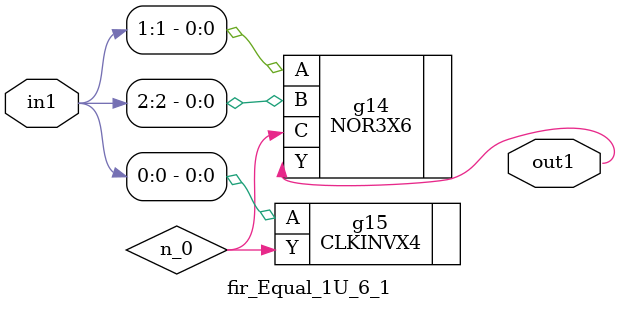
<source format=v>
`timescale 1ps / 1ps


module fir_Equal_1U_6_1(in1, out1);
  input [2:0] in1;
  output out1;
  wire [2:0] in1;
  wire out1;
  wire n_0;
  NOR3X6 g14(.A (in1[1]), .B (in1[2]), .C (n_0), .Y (out1));
  CLKINVX4 g15(.A (in1[0]), .Y (n_0));
endmodule



</source>
